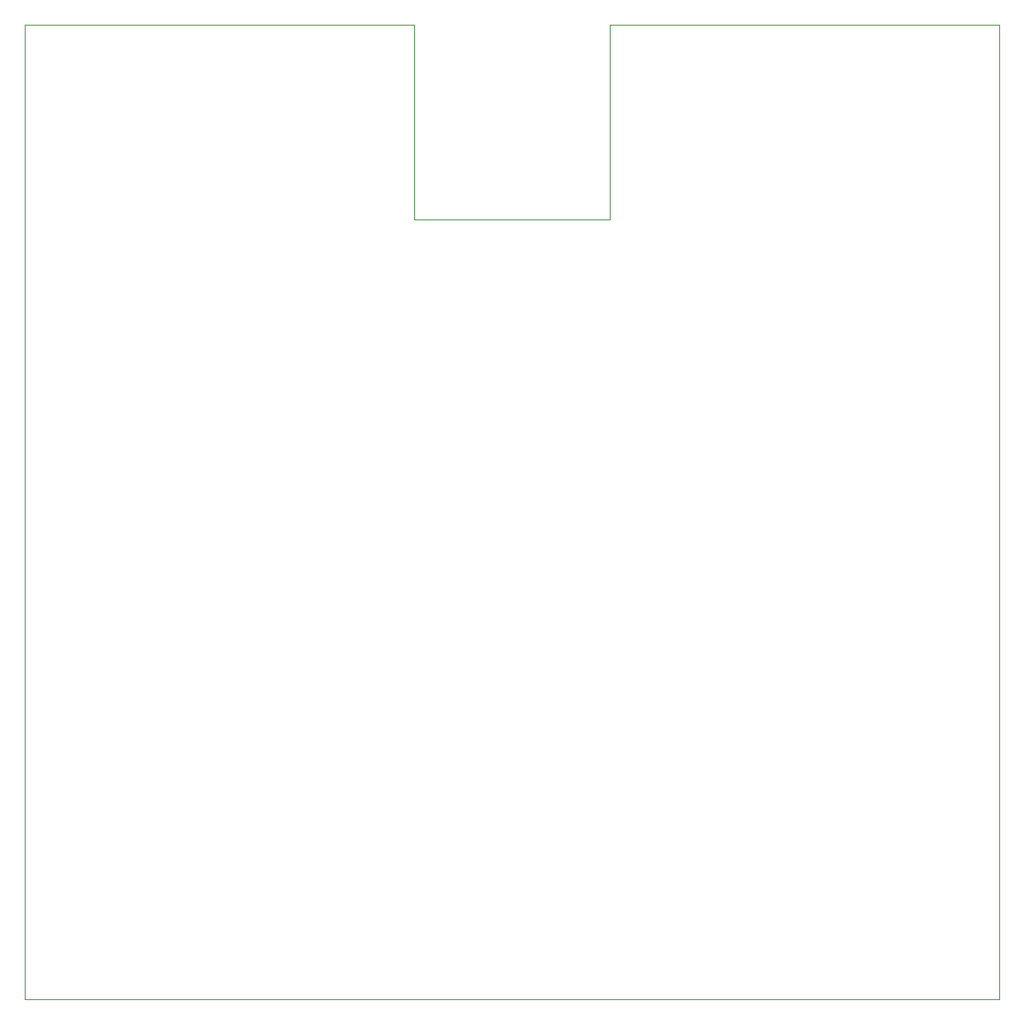
<source format=gm1>
G04 #@! TF.GenerationSoftware,KiCad,Pcbnew,8.0.4*
G04 #@! TF.CreationDate,2025-03-13T03:49:55-05:00*
G04 #@! TF.ProjectId,Unify_1,556e6966-795f-4312-9e6b-696361645f70,rev?*
G04 #@! TF.SameCoordinates,Original*
G04 #@! TF.FileFunction,Profile,NP*
%FSLAX46Y46*%
G04 Gerber Fmt 4.6, Leading zero omitted, Abs format (unit mm)*
G04 Created by KiCad (PCBNEW 8.0.4) date 2025-03-13 03:49:55*
%MOMM*%
%LPD*%
G01*
G04 APERTURE LIST*
G04 #@! TA.AperFunction,Profile*
%ADD10C,0.050000*%
G04 #@! TD*
G04 APERTURE END LIST*
D10*
X170000000Y-70000000D02*
X190000000Y-70000000D01*
X190000000Y-50000000D01*
X195000000Y-50000000D01*
X230000000Y-50000000D01*
X230000000Y-150000000D01*
X130000000Y-150000000D01*
X130000000Y-50000000D01*
X170000000Y-50000000D01*
X170000000Y-70000000D01*
M02*

</source>
